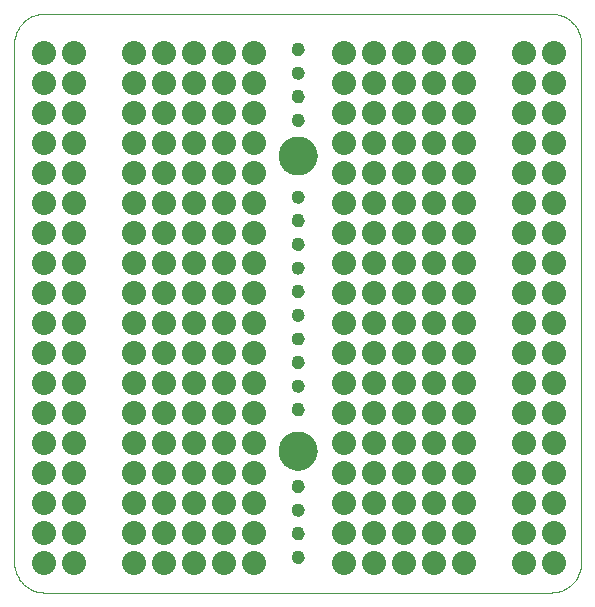
<source format=gts>
G75*
%MOIN*%
%OFA0B0*%
%FSLAX24Y24*%
%IPPOS*%
%LPD*%
%AMOC8*
5,1,8,0,0,1.08239X$1,22.5*
%
%ADD10C,0.0000*%
%ADD11C,0.0434*%
%ADD12C,0.1300*%
%ADD13C,0.0800*%
D10*
X002468Y001340D02*
X002468Y018631D01*
X002470Y018691D01*
X002475Y018752D01*
X002484Y018811D01*
X002497Y018870D01*
X002513Y018929D01*
X002533Y018986D01*
X002556Y019041D01*
X002583Y019096D01*
X002612Y019148D01*
X002645Y019199D01*
X002681Y019248D01*
X002719Y019294D01*
X002761Y019338D01*
X002805Y019380D01*
X002851Y019418D01*
X002900Y019454D01*
X002951Y019487D01*
X003003Y019516D01*
X003058Y019543D01*
X003113Y019566D01*
X003170Y019586D01*
X003229Y019602D01*
X003288Y019615D01*
X003347Y019624D01*
X003408Y019629D01*
X003468Y019631D01*
X020366Y019631D01*
X020426Y019629D01*
X020487Y019624D01*
X020546Y019615D01*
X020605Y019602D01*
X020664Y019586D01*
X020721Y019566D01*
X020776Y019543D01*
X020831Y019516D01*
X020883Y019487D01*
X020934Y019454D01*
X020983Y019418D01*
X021029Y019380D01*
X021073Y019338D01*
X021115Y019294D01*
X021153Y019248D01*
X021189Y019199D01*
X021222Y019148D01*
X021251Y019096D01*
X021278Y019041D01*
X021301Y018986D01*
X021321Y018929D01*
X021337Y018870D01*
X021350Y018811D01*
X021359Y018752D01*
X021364Y018691D01*
X021366Y018631D01*
X021366Y001340D01*
X021364Y001280D01*
X021359Y001219D01*
X021350Y001160D01*
X021337Y001101D01*
X021321Y001042D01*
X021301Y000985D01*
X021278Y000930D01*
X021251Y000875D01*
X021222Y000823D01*
X021189Y000772D01*
X021153Y000723D01*
X021115Y000677D01*
X021073Y000633D01*
X021029Y000591D01*
X020983Y000553D01*
X020934Y000517D01*
X020883Y000484D01*
X020831Y000455D01*
X020776Y000428D01*
X020721Y000405D01*
X020664Y000385D01*
X020605Y000369D01*
X020546Y000356D01*
X020487Y000347D01*
X020426Y000342D01*
X020366Y000340D01*
X003468Y000340D01*
X003408Y000342D01*
X003347Y000347D01*
X003288Y000356D01*
X003229Y000369D01*
X003170Y000385D01*
X003113Y000405D01*
X003058Y000428D01*
X003003Y000455D01*
X002951Y000484D01*
X002900Y000517D01*
X002851Y000553D01*
X002805Y000591D01*
X002761Y000633D01*
X002719Y000677D01*
X002681Y000723D01*
X002645Y000772D01*
X002612Y000823D01*
X002583Y000875D01*
X002556Y000930D01*
X002533Y000985D01*
X002513Y001042D01*
X002497Y001101D01*
X002484Y001160D01*
X002475Y001219D01*
X002470Y001280D01*
X002468Y001340D01*
X011720Y001521D02*
X011722Y001548D01*
X011728Y001575D01*
X011737Y001601D01*
X011750Y001625D01*
X011766Y001648D01*
X011785Y001667D01*
X011807Y001684D01*
X011831Y001698D01*
X011856Y001708D01*
X011883Y001715D01*
X011910Y001718D01*
X011938Y001717D01*
X011965Y001712D01*
X011991Y001704D01*
X012015Y001692D01*
X012038Y001676D01*
X012059Y001658D01*
X012076Y001637D01*
X012091Y001613D01*
X012102Y001588D01*
X012110Y001562D01*
X012114Y001535D01*
X012114Y001507D01*
X012110Y001480D01*
X012102Y001454D01*
X012091Y001429D01*
X012076Y001405D01*
X012059Y001384D01*
X012038Y001366D01*
X012016Y001350D01*
X011991Y001338D01*
X011965Y001330D01*
X011938Y001325D01*
X011910Y001324D01*
X011883Y001327D01*
X011856Y001334D01*
X011831Y001344D01*
X011807Y001358D01*
X011785Y001375D01*
X011766Y001394D01*
X011750Y001417D01*
X011737Y001441D01*
X011728Y001467D01*
X011722Y001494D01*
X011720Y001521D01*
X011720Y002309D02*
X011722Y002336D01*
X011728Y002363D01*
X011737Y002389D01*
X011750Y002413D01*
X011766Y002436D01*
X011785Y002455D01*
X011807Y002472D01*
X011831Y002486D01*
X011856Y002496D01*
X011883Y002503D01*
X011910Y002506D01*
X011938Y002505D01*
X011965Y002500D01*
X011991Y002492D01*
X012015Y002480D01*
X012038Y002464D01*
X012059Y002446D01*
X012076Y002425D01*
X012091Y002401D01*
X012102Y002376D01*
X012110Y002350D01*
X012114Y002323D01*
X012114Y002295D01*
X012110Y002268D01*
X012102Y002242D01*
X012091Y002217D01*
X012076Y002193D01*
X012059Y002172D01*
X012038Y002154D01*
X012016Y002138D01*
X011991Y002126D01*
X011965Y002118D01*
X011938Y002113D01*
X011910Y002112D01*
X011883Y002115D01*
X011856Y002122D01*
X011831Y002132D01*
X011807Y002146D01*
X011785Y002163D01*
X011766Y002182D01*
X011750Y002205D01*
X011737Y002229D01*
X011728Y002255D01*
X011722Y002282D01*
X011720Y002309D01*
X011720Y003096D02*
X011722Y003123D01*
X011728Y003150D01*
X011737Y003176D01*
X011750Y003200D01*
X011766Y003223D01*
X011785Y003242D01*
X011807Y003259D01*
X011831Y003273D01*
X011856Y003283D01*
X011883Y003290D01*
X011910Y003293D01*
X011938Y003292D01*
X011965Y003287D01*
X011991Y003279D01*
X012015Y003267D01*
X012038Y003251D01*
X012059Y003233D01*
X012076Y003212D01*
X012091Y003188D01*
X012102Y003163D01*
X012110Y003137D01*
X012114Y003110D01*
X012114Y003082D01*
X012110Y003055D01*
X012102Y003029D01*
X012091Y003004D01*
X012076Y002980D01*
X012059Y002959D01*
X012038Y002941D01*
X012016Y002925D01*
X011991Y002913D01*
X011965Y002905D01*
X011938Y002900D01*
X011910Y002899D01*
X011883Y002902D01*
X011856Y002909D01*
X011831Y002919D01*
X011807Y002933D01*
X011785Y002950D01*
X011766Y002969D01*
X011750Y002992D01*
X011737Y003016D01*
X011728Y003042D01*
X011722Y003069D01*
X011720Y003096D01*
X011720Y003883D02*
X011722Y003910D01*
X011728Y003937D01*
X011737Y003963D01*
X011750Y003987D01*
X011766Y004010D01*
X011785Y004029D01*
X011807Y004046D01*
X011831Y004060D01*
X011856Y004070D01*
X011883Y004077D01*
X011910Y004080D01*
X011938Y004079D01*
X011965Y004074D01*
X011991Y004066D01*
X012015Y004054D01*
X012038Y004038D01*
X012059Y004020D01*
X012076Y003999D01*
X012091Y003975D01*
X012102Y003950D01*
X012110Y003924D01*
X012114Y003897D01*
X012114Y003869D01*
X012110Y003842D01*
X012102Y003816D01*
X012091Y003791D01*
X012076Y003767D01*
X012059Y003746D01*
X012038Y003728D01*
X012016Y003712D01*
X011991Y003700D01*
X011965Y003692D01*
X011938Y003687D01*
X011910Y003686D01*
X011883Y003689D01*
X011856Y003696D01*
X011831Y003706D01*
X011807Y003720D01*
X011785Y003737D01*
X011766Y003756D01*
X011750Y003779D01*
X011737Y003803D01*
X011728Y003829D01*
X011722Y003856D01*
X011720Y003883D01*
X011287Y005064D02*
X011289Y005114D01*
X011295Y005164D01*
X011305Y005213D01*
X011319Y005261D01*
X011336Y005308D01*
X011357Y005353D01*
X011382Y005397D01*
X011410Y005438D01*
X011442Y005477D01*
X011476Y005514D01*
X011513Y005548D01*
X011553Y005578D01*
X011595Y005605D01*
X011639Y005629D01*
X011685Y005650D01*
X011732Y005666D01*
X011780Y005679D01*
X011830Y005688D01*
X011879Y005693D01*
X011930Y005694D01*
X011980Y005691D01*
X012029Y005684D01*
X012078Y005673D01*
X012126Y005658D01*
X012172Y005640D01*
X012217Y005618D01*
X012260Y005592D01*
X012301Y005563D01*
X012340Y005531D01*
X012376Y005496D01*
X012408Y005458D01*
X012438Y005418D01*
X012465Y005375D01*
X012488Y005331D01*
X012507Y005285D01*
X012523Y005237D01*
X012535Y005188D01*
X012543Y005139D01*
X012547Y005089D01*
X012547Y005039D01*
X012543Y004989D01*
X012535Y004940D01*
X012523Y004891D01*
X012507Y004843D01*
X012488Y004797D01*
X012465Y004753D01*
X012438Y004710D01*
X012408Y004670D01*
X012376Y004632D01*
X012340Y004597D01*
X012301Y004565D01*
X012260Y004536D01*
X012217Y004510D01*
X012172Y004488D01*
X012126Y004470D01*
X012078Y004455D01*
X012029Y004444D01*
X011980Y004437D01*
X011930Y004434D01*
X011879Y004435D01*
X011830Y004440D01*
X011780Y004449D01*
X011732Y004462D01*
X011685Y004478D01*
X011639Y004499D01*
X011595Y004523D01*
X011553Y004550D01*
X011513Y004580D01*
X011476Y004614D01*
X011442Y004651D01*
X011410Y004690D01*
X011382Y004731D01*
X011357Y004775D01*
X011336Y004820D01*
X011319Y004867D01*
X011305Y004915D01*
X011295Y004964D01*
X011289Y005014D01*
X011287Y005064D01*
X011720Y006442D02*
X011722Y006469D01*
X011728Y006496D01*
X011737Y006522D01*
X011750Y006546D01*
X011766Y006569D01*
X011785Y006588D01*
X011807Y006605D01*
X011831Y006619D01*
X011856Y006629D01*
X011883Y006636D01*
X011910Y006639D01*
X011938Y006638D01*
X011965Y006633D01*
X011991Y006625D01*
X012015Y006613D01*
X012038Y006597D01*
X012059Y006579D01*
X012076Y006558D01*
X012091Y006534D01*
X012102Y006509D01*
X012110Y006483D01*
X012114Y006456D01*
X012114Y006428D01*
X012110Y006401D01*
X012102Y006375D01*
X012091Y006350D01*
X012076Y006326D01*
X012059Y006305D01*
X012038Y006287D01*
X012016Y006271D01*
X011991Y006259D01*
X011965Y006251D01*
X011938Y006246D01*
X011910Y006245D01*
X011883Y006248D01*
X011856Y006255D01*
X011831Y006265D01*
X011807Y006279D01*
X011785Y006296D01*
X011766Y006315D01*
X011750Y006338D01*
X011737Y006362D01*
X011728Y006388D01*
X011722Y006415D01*
X011720Y006442D01*
X011720Y007230D02*
X011722Y007257D01*
X011728Y007284D01*
X011737Y007310D01*
X011750Y007334D01*
X011766Y007357D01*
X011785Y007376D01*
X011807Y007393D01*
X011831Y007407D01*
X011856Y007417D01*
X011883Y007424D01*
X011910Y007427D01*
X011938Y007426D01*
X011965Y007421D01*
X011991Y007413D01*
X012015Y007401D01*
X012038Y007385D01*
X012059Y007367D01*
X012076Y007346D01*
X012091Y007322D01*
X012102Y007297D01*
X012110Y007271D01*
X012114Y007244D01*
X012114Y007216D01*
X012110Y007189D01*
X012102Y007163D01*
X012091Y007138D01*
X012076Y007114D01*
X012059Y007093D01*
X012038Y007075D01*
X012016Y007059D01*
X011991Y007047D01*
X011965Y007039D01*
X011938Y007034D01*
X011910Y007033D01*
X011883Y007036D01*
X011856Y007043D01*
X011831Y007053D01*
X011807Y007067D01*
X011785Y007084D01*
X011766Y007103D01*
X011750Y007126D01*
X011737Y007150D01*
X011728Y007176D01*
X011722Y007203D01*
X011720Y007230D01*
X011720Y008017D02*
X011722Y008044D01*
X011728Y008071D01*
X011737Y008097D01*
X011750Y008121D01*
X011766Y008144D01*
X011785Y008163D01*
X011807Y008180D01*
X011831Y008194D01*
X011856Y008204D01*
X011883Y008211D01*
X011910Y008214D01*
X011938Y008213D01*
X011965Y008208D01*
X011991Y008200D01*
X012015Y008188D01*
X012038Y008172D01*
X012059Y008154D01*
X012076Y008133D01*
X012091Y008109D01*
X012102Y008084D01*
X012110Y008058D01*
X012114Y008031D01*
X012114Y008003D01*
X012110Y007976D01*
X012102Y007950D01*
X012091Y007925D01*
X012076Y007901D01*
X012059Y007880D01*
X012038Y007862D01*
X012016Y007846D01*
X011991Y007834D01*
X011965Y007826D01*
X011938Y007821D01*
X011910Y007820D01*
X011883Y007823D01*
X011856Y007830D01*
X011831Y007840D01*
X011807Y007854D01*
X011785Y007871D01*
X011766Y007890D01*
X011750Y007913D01*
X011737Y007937D01*
X011728Y007963D01*
X011722Y007990D01*
X011720Y008017D01*
X011720Y008805D02*
X011722Y008832D01*
X011728Y008859D01*
X011737Y008885D01*
X011750Y008909D01*
X011766Y008932D01*
X011785Y008951D01*
X011807Y008968D01*
X011831Y008982D01*
X011856Y008992D01*
X011883Y008999D01*
X011910Y009002D01*
X011938Y009001D01*
X011965Y008996D01*
X011991Y008988D01*
X012015Y008976D01*
X012038Y008960D01*
X012059Y008942D01*
X012076Y008921D01*
X012091Y008897D01*
X012102Y008872D01*
X012110Y008846D01*
X012114Y008819D01*
X012114Y008791D01*
X012110Y008764D01*
X012102Y008738D01*
X012091Y008713D01*
X012076Y008689D01*
X012059Y008668D01*
X012038Y008650D01*
X012016Y008634D01*
X011991Y008622D01*
X011965Y008614D01*
X011938Y008609D01*
X011910Y008608D01*
X011883Y008611D01*
X011856Y008618D01*
X011831Y008628D01*
X011807Y008642D01*
X011785Y008659D01*
X011766Y008678D01*
X011750Y008701D01*
X011737Y008725D01*
X011728Y008751D01*
X011722Y008778D01*
X011720Y008805D01*
X011720Y009592D02*
X011722Y009619D01*
X011728Y009646D01*
X011737Y009672D01*
X011750Y009696D01*
X011766Y009719D01*
X011785Y009738D01*
X011807Y009755D01*
X011831Y009769D01*
X011856Y009779D01*
X011883Y009786D01*
X011910Y009789D01*
X011938Y009788D01*
X011965Y009783D01*
X011991Y009775D01*
X012015Y009763D01*
X012038Y009747D01*
X012059Y009729D01*
X012076Y009708D01*
X012091Y009684D01*
X012102Y009659D01*
X012110Y009633D01*
X012114Y009606D01*
X012114Y009578D01*
X012110Y009551D01*
X012102Y009525D01*
X012091Y009500D01*
X012076Y009476D01*
X012059Y009455D01*
X012038Y009437D01*
X012016Y009421D01*
X011991Y009409D01*
X011965Y009401D01*
X011938Y009396D01*
X011910Y009395D01*
X011883Y009398D01*
X011856Y009405D01*
X011831Y009415D01*
X011807Y009429D01*
X011785Y009446D01*
X011766Y009465D01*
X011750Y009488D01*
X011737Y009512D01*
X011728Y009538D01*
X011722Y009565D01*
X011720Y009592D01*
X011720Y010379D02*
X011722Y010406D01*
X011728Y010433D01*
X011737Y010459D01*
X011750Y010483D01*
X011766Y010506D01*
X011785Y010525D01*
X011807Y010542D01*
X011831Y010556D01*
X011856Y010566D01*
X011883Y010573D01*
X011910Y010576D01*
X011938Y010575D01*
X011965Y010570D01*
X011991Y010562D01*
X012015Y010550D01*
X012038Y010534D01*
X012059Y010516D01*
X012076Y010495D01*
X012091Y010471D01*
X012102Y010446D01*
X012110Y010420D01*
X012114Y010393D01*
X012114Y010365D01*
X012110Y010338D01*
X012102Y010312D01*
X012091Y010287D01*
X012076Y010263D01*
X012059Y010242D01*
X012038Y010224D01*
X012016Y010208D01*
X011991Y010196D01*
X011965Y010188D01*
X011938Y010183D01*
X011910Y010182D01*
X011883Y010185D01*
X011856Y010192D01*
X011831Y010202D01*
X011807Y010216D01*
X011785Y010233D01*
X011766Y010252D01*
X011750Y010275D01*
X011737Y010299D01*
X011728Y010325D01*
X011722Y010352D01*
X011720Y010379D01*
X011720Y011167D02*
X011722Y011194D01*
X011728Y011221D01*
X011737Y011247D01*
X011750Y011271D01*
X011766Y011294D01*
X011785Y011313D01*
X011807Y011330D01*
X011831Y011344D01*
X011856Y011354D01*
X011883Y011361D01*
X011910Y011364D01*
X011938Y011363D01*
X011965Y011358D01*
X011991Y011350D01*
X012015Y011338D01*
X012038Y011322D01*
X012059Y011304D01*
X012076Y011283D01*
X012091Y011259D01*
X012102Y011234D01*
X012110Y011208D01*
X012114Y011181D01*
X012114Y011153D01*
X012110Y011126D01*
X012102Y011100D01*
X012091Y011075D01*
X012076Y011051D01*
X012059Y011030D01*
X012038Y011012D01*
X012016Y010996D01*
X011991Y010984D01*
X011965Y010976D01*
X011938Y010971D01*
X011910Y010970D01*
X011883Y010973D01*
X011856Y010980D01*
X011831Y010990D01*
X011807Y011004D01*
X011785Y011021D01*
X011766Y011040D01*
X011750Y011063D01*
X011737Y011087D01*
X011728Y011113D01*
X011722Y011140D01*
X011720Y011167D01*
X011720Y011954D02*
X011722Y011981D01*
X011728Y012008D01*
X011737Y012034D01*
X011750Y012058D01*
X011766Y012081D01*
X011785Y012100D01*
X011807Y012117D01*
X011831Y012131D01*
X011856Y012141D01*
X011883Y012148D01*
X011910Y012151D01*
X011938Y012150D01*
X011965Y012145D01*
X011991Y012137D01*
X012015Y012125D01*
X012038Y012109D01*
X012059Y012091D01*
X012076Y012070D01*
X012091Y012046D01*
X012102Y012021D01*
X012110Y011995D01*
X012114Y011968D01*
X012114Y011940D01*
X012110Y011913D01*
X012102Y011887D01*
X012091Y011862D01*
X012076Y011838D01*
X012059Y011817D01*
X012038Y011799D01*
X012016Y011783D01*
X011991Y011771D01*
X011965Y011763D01*
X011938Y011758D01*
X011910Y011757D01*
X011883Y011760D01*
X011856Y011767D01*
X011831Y011777D01*
X011807Y011791D01*
X011785Y011808D01*
X011766Y011827D01*
X011750Y011850D01*
X011737Y011874D01*
X011728Y011900D01*
X011722Y011927D01*
X011720Y011954D01*
X011720Y012742D02*
X011722Y012769D01*
X011728Y012796D01*
X011737Y012822D01*
X011750Y012846D01*
X011766Y012869D01*
X011785Y012888D01*
X011807Y012905D01*
X011831Y012919D01*
X011856Y012929D01*
X011883Y012936D01*
X011910Y012939D01*
X011938Y012938D01*
X011965Y012933D01*
X011991Y012925D01*
X012015Y012913D01*
X012038Y012897D01*
X012059Y012879D01*
X012076Y012858D01*
X012091Y012834D01*
X012102Y012809D01*
X012110Y012783D01*
X012114Y012756D01*
X012114Y012728D01*
X012110Y012701D01*
X012102Y012675D01*
X012091Y012650D01*
X012076Y012626D01*
X012059Y012605D01*
X012038Y012587D01*
X012016Y012571D01*
X011991Y012559D01*
X011965Y012551D01*
X011938Y012546D01*
X011910Y012545D01*
X011883Y012548D01*
X011856Y012555D01*
X011831Y012565D01*
X011807Y012579D01*
X011785Y012596D01*
X011766Y012615D01*
X011750Y012638D01*
X011737Y012662D01*
X011728Y012688D01*
X011722Y012715D01*
X011720Y012742D01*
X011720Y013529D02*
X011722Y013556D01*
X011728Y013583D01*
X011737Y013609D01*
X011750Y013633D01*
X011766Y013656D01*
X011785Y013675D01*
X011807Y013692D01*
X011831Y013706D01*
X011856Y013716D01*
X011883Y013723D01*
X011910Y013726D01*
X011938Y013725D01*
X011965Y013720D01*
X011991Y013712D01*
X012015Y013700D01*
X012038Y013684D01*
X012059Y013666D01*
X012076Y013645D01*
X012091Y013621D01*
X012102Y013596D01*
X012110Y013570D01*
X012114Y013543D01*
X012114Y013515D01*
X012110Y013488D01*
X012102Y013462D01*
X012091Y013437D01*
X012076Y013413D01*
X012059Y013392D01*
X012038Y013374D01*
X012016Y013358D01*
X011991Y013346D01*
X011965Y013338D01*
X011938Y013333D01*
X011910Y013332D01*
X011883Y013335D01*
X011856Y013342D01*
X011831Y013352D01*
X011807Y013366D01*
X011785Y013383D01*
X011766Y013402D01*
X011750Y013425D01*
X011737Y013449D01*
X011728Y013475D01*
X011722Y013502D01*
X011720Y013529D01*
X011287Y014907D02*
X011289Y014957D01*
X011295Y015007D01*
X011305Y015056D01*
X011319Y015104D01*
X011336Y015151D01*
X011357Y015196D01*
X011382Y015240D01*
X011410Y015281D01*
X011442Y015320D01*
X011476Y015357D01*
X011513Y015391D01*
X011553Y015421D01*
X011595Y015448D01*
X011639Y015472D01*
X011685Y015493D01*
X011732Y015509D01*
X011780Y015522D01*
X011830Y015531D01*
X011879Y015536D01*
X011930Y015537D01*
X011980Y015534D01*
X012029Y015527D01*
X012078Y015516D01*
X012126Y015501D01*
X012172Y015483D01*
X012217Y015461D01*
X012260Y015435D01*
X012301Y015406D01*
X012340Y015374D01*
X012376Y015339D01*
X012408Y015301D01*
X012438Y015261D01*
X012465Y015218D01*
X012488Y015174D01*
X012507Y015128D01*
X012523Y015080D01*
X012535Y015031D01*
X012543Y014982D01*
X012547Y014932D01*
X012547Y014882D01*
X012543Y014832D01*
X012535Y014783D01*
X012523Y014734D01*
X012507Y014686D01*
X012488Y014640D01*
X012465Y014596D01*
X012438Y014553D01*
X012408Y014513D01*
X012376Y014475D01*
X012340Y014440D01*
X012301Y014408D01*
X012260Y014379D01*
X012217Y014353D01*
X012172Y014331D01*
X012126Y014313D01*
X012078Y014298D01*
X012029Y014287D01*
X011980Y014280D01*
X011930Y014277D01*
X011879Y014278D01*
X011830Y014283D01*
X011780Y014292D01*
X011732Y014305D01*
X011685Y014321D01*
X011639Y014342D01*
X011595Y014366D01*
X011553Y014393D01*
X011513Y014423D01*
X011476Y014457D01*
X011442Y014494D01*
X011410Y014533D01*
X011382Y014574D01*
X011357Y014618D01*
X011336Y014663D01*
X011319Y014710D01*
X011305Y014758D01*
X011295Y014807D01*
X011289Y014857D01*
X011287Y014907D01*
X011720Y016088D02*
X011722Y016115D01*
X011728Y016142D01*
X011737Y016168D01*
X011750Y016192D01*
X011766Y016215D01*
X011785Y016234D01*
X011807Y016251D01*
X011831Y016265D01*
X011856Y016275D01*
X011883Y016282D01*
X011910Y016285D01*
X011938Y016284D01*
X011965Y016279D01*
X011991Y016271D01*
X012015Y016259D01*
X012038Y016243D01*
X012059Y016225D01*
X012076Y016204D01*
X012091Y016180D01*
X012102Y016155D01*
X012110Y016129D01*
X012114Y016102D01*
X012114Y016074D01*
X012110Y016047D01*
X012102Y016021D01*
X012091Y015996D01*
X012076Y015972D01*
X012059Y015951D01*
X012038Y015933D01*
X012016Y015917D01*
X011991Y015905D01*
X011965Y015897D01*
X011938Y015892D01*
X011910Y015891D01*
X011883Y015894D01*
X011856Y015901D01*
X011831Y015911D01*
X011807Y015925D01*
X011785Y015942D01*
X011766Y015961D01*
X011750Y015984D01*
X011737Y016008D01*
X011728Y016034D01*
X011722Y016061D01*
X011720Y016088D01*
X011720Y016875D02*
X011722Y016902D01*
X011728Y016929D01*
X011737Y016955D01*
X011750Y016979D01*
X011766Y017002D01*
X011785Y017021D01*
X011807Y017038D01*
X011831Y017052D01*
X011856Y017062D01*
X011883Y017069D01*
X011910Y017072D01*
X011938Y017071D01*
X011965Y017066D01*
X011991Y017058D01*
X012015Y017046D01*
X012038Y017030D01*
X012059Y017012D01*
X012076Y016991D01*
X012091Y016967D01*
X012102Y016942D01*
X012110Y016916D01*
X012114Y016889D01*
X012114Y016861D01*
X012110Y016834D01*
X012102Y016808D01*
X012091Y016783D01*
X012076Y016759D01*
X012059Y016738D01*
X012038Y016720D01*
X012016Y016704D01*
X011991Y016692D01*
X011965Y016684D01*
X011938Y016679D01*
X011910Y016678D01*
X011883Y016681D01*
X011856Y016688D01*
X011831Y016698D01*
X011807Y016712D01*
X011785Y016729D01*
X011766Y016748D01*
X011750Y016771D01*
X011737Y016795D01*
X011728Y016821D01*
X011722Y016848D01*
X011720Y016875D01*
X011720Y017663D02*
X011722Y017690D01*
X011728Y017717D01*
X011737Y017743D01*
X011750Y017767D01*
X011766Y017790D01*
X011785Y017809D01*
X011807Y017826D01*
X011831Y017840D01*
X011856Y017850D01*
X011883Y017857D01*
X011910Y017860D01*
X011938Y017859D01*
X011965Y017854D01*
X011991Y017846D01*
X012015Y017834D01*
X012038Y017818D01*
X012059Y017800D01*
X012076Y017779D01*
X012091Y017755D01*
X012102Y017730D01*
X012110Y017704D01*
X012114Y017677D01*
X012114Y017649D01*
X012110Y017622D01*
X012102Y017596D01*
X012091Y017571D01*
X012076Y017547D01*
X012059Y017526D01*
X012038Y017508D01*
X012016Y017492D01*
X011991Y017480D01*
X011965Y017472D01*
X011938Y017467D01*
X011910Y017466D01*
X011883Y017469D01*
X011856Y017476D01*
X011831Y017486D01*
X011807Y017500D01*
X011785Y017517D01*
X011766Y017536D01*
X011750Y017559D01*
X011737Y017583D01*
X011728Y017609D01*
X011722Y017636D01*
X011720Y017663D01*
X011720Y018450D02*
X011722Y018477D01*
X011728Y018504D01*
X011737Y018530D01*
X011750Y018554D01*
X011766Y018577D01*
X011785Y018596D01*
X011807Y018613D01*
X011831Y018627D01*
X011856Y018637D01*
X011883Y018644D01*
X011910Y018647D01*
X011938Y018646D01*
X011965Y018641D01*
X011991Y018633D01*
X012015Y018621D01*
X012038Y018605D01*
X012059Y018587D01*
X012076Y018566D01*
X012091Y018542D01*
X012102Y018517D01*
X012110Y018491D01*
X012114Y018464D01*
X012114Y018436D01*
X012110Y018409D01*
X012102Y018383D01*
X012091Y018358D01*
X012076Y018334D01*
X012059Y018313D01*
X012038Y018295D01*
X012016Y018279D01*
X011991Y018267D01*
X011965Y018259D01*
X011938Y018254D01*
X011910Y018253D01*
X011883Y018256D01*
X011856Y018263D01*
X011831Y018273D01*
X011807Y018287D01*
X011785Y018304D01*
X011766Y018323D01*
X011750Y018346D01*
X011737Y018370D01*
X011728Y018396D01*
X011722Y018423D01*
X011720Y018450D01*
D11*
X011917Y018450D03*
X011917Y017663D03*
X011917Y016875D03*
X011917Y016088D03*
X011917Y013529D03*
X011917Y012742D03*
X011917Y011954D03*
X011917Y011167D03*
X011917Y010379D03*
X011917Y009592D03*
X011917Y008805D03*
X011917Y008017D03*
X011917Y007230D03*
X011917Y006442D03*
X011917Y003883D03*
X011917Y003096D03*
X011917Y002309D03*
X011917Y001521D03*
D12*
X011917Y005064D03*
X011917Y014907D03*
D13*
X010468Y015340D03*
X009468Y015340D03*
X008468Y015340D03*
X008468Y014340D03*
X009468Y014340D03*
X010468Y014340D03*
X010468Y013340D03*
X009468Y013340D03*
X008468Y013340D03*
X007468Y013340D03*
X006468Y013340D03*
X006468Y012340D03*
X006468Y011340D03*
X006468Y011340D03*
X006468Y011340D03*
X007468Y011340D03*
X007468Y011340D03*
X007468Y012340D03*
X008468Y012340D03*
X008468Y011340D03*
X009468Y011340D03*
X009468Y012340D03*
X010468Y012340D03*
X010468Y011340D03*
X010468Y010340D03*
X009468Y010340D03*
X008468Y010340D03*
X008468Y009340D03*
X009468Y009340D03*
X010468Y009340D03*
X010468Y008340D03*
X009468Y008340D03*
X008468Y008340D03*
X007468Y008340D03*
X006468Y008340D03*
X006468Y007340D03*
X006468Y006340D03*
X007468Y006340D03*
X007468Y007340D03*
X008468Y007340D03*
X008468Y006340D03*
X009468Y006340D03*
X009468Y007340D03*
X010468Y007340D03*
X010468Y006340D03*
X010468Y005340D03*
X009468Y005340D03*
X008468Y005340D03*
X007468Y005340D03*
X006468Y005340D03*
X006468Y004340D03*
X006468Y003340D03*
X007468Y003340D03*
X007468Y004340D03*
X008468Y004340D03*
X008468Y003340D03*
X009468Y003340D03*
X009468Y004340D03*
X010468Y004340D03*
X010468Y003340D03*
X010468Y002340D03*
X009468Y002340D03*
X008468Y002340D03*
X008468Y001340D03*
X009468Y001340D03*
X010468Y001340D03*
X007468Y001340D03*
X006468Y001340D03*
X006468Y002340D03*
X007468Y002340D03*
X004468Y002340D03*
X004468Y001340D03*
X003468Y001340D03*
X003468Y002340D03*
X003468Y003340D03*
X003468Y004340D03*
X003468Y005340D03*
X003468Y006340D03*
X003468Y007340D03*
X003468Y008340D03*
X003468Y009340D03*
X003468Y010340D03*
X003468Y011340D03*
X003468Y012340D03*
X003468Y013340D03*
X003468Y014340D03*
X003468Y015340D03*
X003468Y016340D03*
X003468Y017340D03*
X003468Y018340D03*
X004468Y018340D03*
X004468Y017340D03*
X004468Y016340D03*
X004468Y015340D03*
X004468Y014340D03*
X004468Y013340D03*
X004468Y012340D03*
X004468Y011340D03*
X004468Y010340D03*
X004468Y009340D03*
X004468Y008340D03*
X004468Y007340D03*
X004468Y006340D03*
X004468Y005340D03*
X004468Y004340D03*
X004468Y003340D03*
X006468Y009340D03*
X006468Y010340D03*
X007468Y010340D03*
X007468Y009340D03*
X007468Y014340D03*
X006468Y014340D03*
X006468Y015340D03*
X007468Y015340D03*
X007468Y016340D03*
X006468Y016340D03*
X006468Y017340D03*
X007468Y017340D03*
X007468Y018340D03*
X006468Y018340D03*
X008468Y018340D03*
X009468Y018340D03*
X010468Y018340D03*
X010468Y017340D03*
X009468Y017340D03*
X008468Y017340D03*
X008468Y016340D03*
X009468Y016340D03*
X010468Y016340D03*
X013468Y016340D03*
X013468Y017340D03*
X014468Y017340D03*
X014468Y016340D03*
X015468Y016340D03*
X015468Y017340D03*
X015468Y018340D03*
X014468Y018340D03*
X013468Y018340D03*
X016468Y018340D03*
X017468Y018340D03*
X017468Y017340D03*
X016468Y017340D03*
X016468Y016340D03*
X017468Y016340D03*
X017468Y015340D03*
X016468Y015340D03*
X016468Y014340D03*
X017468Y014340D03*
X017468Y013340D03*
X016468Y013340D03*
X015468Y013340D03*
X014468Y013340D03*
X013468Y013340D03*
X013468Y012340D03*
X013468Y011340D03*
X014468Y011340D03*
X014468Y012340D03*
X015468Y012340D03*
X015468Y011340D03*
X015468Y010340D03*
X014468Y010340D03*
X013468Y010340D03*
X013468Y009340D03*
X014468Y009340D03*
X015468Y009340D03*
X015468Y008340D03*
X014468Y008340D03*
X013468Y008340D03*
X013468Y007340D03*
X013468Y006340D03*
X014468Y006340D03*
X014468Y007340D03*
X015468Y007340D03*
X015468Y006340D03*
X015468Y005340D03*
X014468Y005340D03*
X014468Y005340D03*
X013468Y005340D03*
X013468Y004340D03*
X013468Y003340D03*
X014468Y003340D03*
X014468Y004340D03*
X015468Y004340D03*
X015468Y003340D03*
X015468Y002340D03*
X014468Y002340D03*
X013468Y002340D03*
X013468Y001340D03*
X014468Y001340D03*
X015468Y001340D03*
X016468Y001340D03*
X016468Y002340D03*
X017468Y002340D03*
X017468Y001340D03*
X017468Y003340D03*
X016468Y003340D03*
X016468Y004340D03*
X017468Y004340D03*
X017468Y005340D03*
X016468Y005340D03*
X016468Y006340D03*
X016468Y006340D03*
X016468Y007340D03*
X017468Y007340D03*
X017468Y006340D03*
X017468Y008340D03*
X016468Y008340D03*
X016468Y009340D03*
X016468Y010340D03*
X017468Y010340D03*
X017468Y009340D03*
X017468Y011340D03*
X016468Y011340D03*
X016468Y012340D03*
X017468Y012340D03*
X019468Y012340D03*
X019468Y011340D03*
X020468Y011340D03*
X020468Y012340D03*
X020468Y013340D03*
X019468Y013340D03*
X019468Y014340D03*
X019468Y015340D03*
X020468Y015340D03*
X020468Y014340D03*
X020468Y016340D03*
X019468Y016340D03*
X019468Y017340D03*
X020468Y017340D03*
X020468Y018340D03*
X019468Y018340D03*
X015468Y015340D03*
X014468Y015340D03*
X013468Y015340D03*
X013468Y014340D03*
X014468Y014340D03*
X015468Y014340D03*
X019468Y010340D03*
X019468Y009340D03*
X020468Y009340D03*
X020468Y010340D03*
X020468Y008340D03*
X019468Y008340D03*
X019468Y007340D03*
X019468Y006340D03*
X020468Y006340D03*
X020468Y007340D03*
X020468Y005340D03*
X019468Y005340D03*
X019468Y004340D03*
X019468Y003340D03*
X020468Y003340D03*
X020468Y004340D03*
X020468Y002340D03*
X019468Y002340D03*
X019468Y001340D03*
X020468Y001340D03*
M02*

</source>
